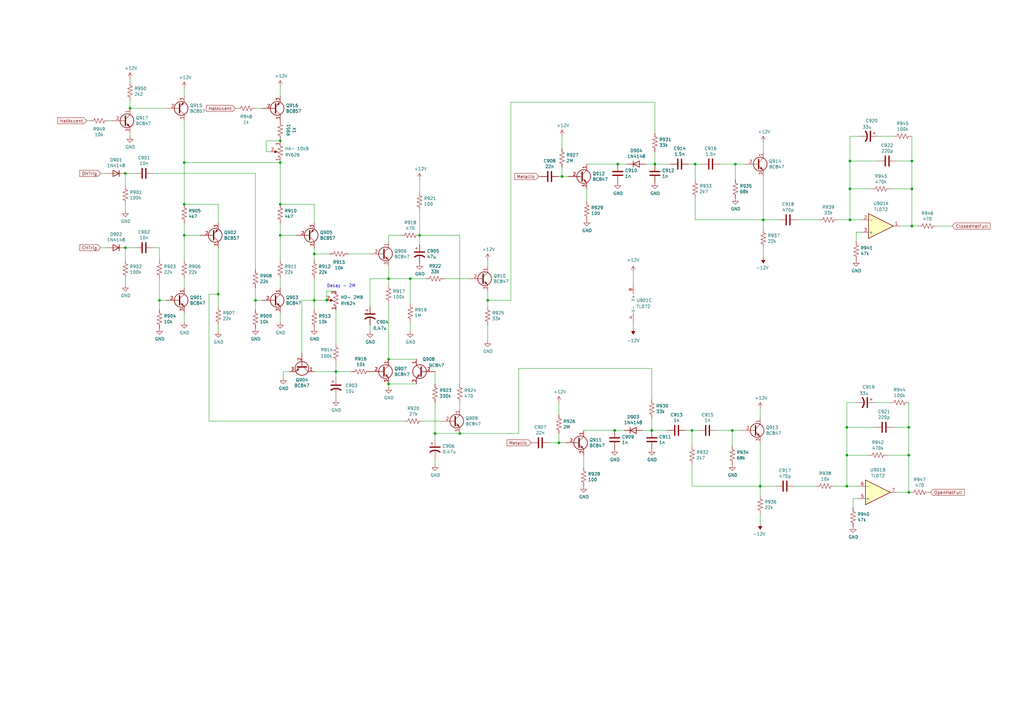
<source format=kicad_sch>
(kicad_sch (version 20230121) (generator eeschema)
  (paper "A3")
  (title_block (rev "1"))
  (junction (at 268.605 67.31))
  (junction (at 267.335 176.53))
  (junction (at 188.595 177.8))
  (junction (at 75.565 96.52))
  (junction (at 311.785 199.39))
  (junction (at 75.565 83.82))
  (junction (at 133.985 123.19))
  (junction (at 51.435 71.12))
  (junction (at 178.435 177.8))
  (junction (at 75.565 66.675))
  (junction (at 347.345 199.39))
  (junction (at 313.055 90.17))
  (junction (at 89.535 120.65))
  (junction (at 347.345 175.26))
  (junction (at 51.435 101.6))
  (junction (at 230.505 72.39))
  (junction (at 114.935 83.82))
  (junction (at 168.275 114.3))
  (junction (at 374.015 66.04))
  (junction (at 229.235 181.61))
  (junction (at 114.935 96.52))
  (junction (at 348.615 90.17))
  (junction (at 300.355 176.53))
  (junction (at 104.775 123.19))
  (junction (at 128.905 123.19))
  (junction (at 348.615 77.47))
  (junction (at 252.095 176.53))
  (junction (at 347.345 186.69))
  (junction (at 137.795 152.4))
  (junction (at 128.905 104.14))
  (junction (at 253.365 67.31))
  (junction (at 159.385 147.32))
  (junction (at 372.745 201.93))
  (junction (at 348.615 66.04))
  (junction (at 53.34 44.45))
  (junction (at 372.745 175.26))
  (junction (at 159.385 157.48))
  (junction (at 114.935 57.785))
  (junction (at 283.845 176.53))
  (junction (at 285.115 67.31))
  (junction (at 301.625 67.31))
  (junction (at 374.015 92.71))
  (junction (at 372.745 186.69))
  (junction (at 172.085 96.52))
  (junction (at 65.405 123.19))
  (junction (at 159.385 114.3))
  (junction (at 114.935 66.675))
  (junction (at 374.015 77.47))
  (junction (at 200.025 123.19))
  (wire (pts (xy 319.405 90.17) (xy 313.055 90.17)))
  (wire (pts (xy 229.235 181.61) (xy 231.775 181.61)))
  (wire (pts (xy 304.165 176.53) (xy 300.355 176.53)))
  (wire (pts (xy 109.22 57.785) (xy 109.22 62.23)))
  (wire (pts (xy 51.435 86.36) (xy 51.435 83.82)))
  (wire (pts (xy 229.235 165.1) (xy 229.235 170.18)))
  (wire (pts (xy 172.085 96.52) (xy 172.085 86.36)))
  (wire (pts (xy 311.785 210.82) (xy 311.785 214.63)))
  (wire (pts (xy 51.435 106.68) (xy 51.435 101.6)))
  (wire (pts (xy 43.815 101.6) (xy 41.275 101.6)))
  (wire (pts (xy 252.095 176.53) (xy 255.905 176.53)))
  (wire (pts (xy 128.905 123.19) (xy 128.905 127)))
  (wire (pts (xy 358.775 175.26) (xy 347.345 175.26)))
  (wire (pts (xy 374.015 92.71) (xy 374.015 77.47)))
  (wire (pts (xy 114.935 132.08) (xy 114.935 128.27)))
  (wire (pts (xy 75.565 91.44) (xy 75.565 96.52)))
  (wire (pts (xy 107.315 123.19) (xy 104.775 123.19)))
  (wire (pts (xy 347.345 186.69) (xy 347.345 199.39)))
  (wire (pts (xy 114.935 66.675) (xy 114.935 66.04)))
  (wire (pts (xy 212.725 151.13) (xy 267.335 151.13)))
  (wire (pts (xy 285.115 90.17) (xy 313.055 90.17)))
  (wire (pts (xy 173.355 172.72) (xy 180.975 172.72)))
  (wire (pts (xy 51.435 71.12) (xy 55.245 71.12)))
  (wire (pts (xy 128.905 123.19) (xy 133.985 123.19)))
  (wire (pts (xy 372.745 175.26) (xy 372.745 165.1)))
  (wire (pts (xy 285.115 81.28) (xy 285.115 90.17)))
  (wire (pts (xy 172.085 73.66) (xy 172.085 78.74)))
  (wire (pts (xy 114.935 83.82) (xy 128.905 83.82)))
  (wire (pts (xy 114.935 96.52) (xy 114.935 106.68)))
  (wire (pts (xy 65.405 127) (xy 65.405 123.19)))
  (wire (pts (xy 188.595 177.8) (xy 212.725 177.8)))
  (wire (pts (xy 343.535 90.17) (xy 348.615 90.17)))
  (wire (pts (xy 75.565 96.52) (xy 75.565 106.68)))
  (wire (pts (xy 89.535 120.65) (xy 89.535 101.6)))
  (wire (pts (xy 62.865 101.6) (xy 65.405 101.6)))
  (wire (pts (xy 305.435 67.31) (xy 301.625 67.31)))
  (wire (pts (xy 170.815 157.48) (xy 159.385 157.48)))
  (wire (pts (xy 182.245 114.3) (xy 192.405 114.3)))
  (wire (pts (xy 172.085 100.33) (xy 172.085 96.52)))
  (wire (pts (xy 374.015 92.71) (xy 376.555 92.71)))
  (wire (pts (xy 264.795 67.31) (xy 268.605 67.31)))
  (wire (pts (xy 168.275 135.89) (xy 168.275 132.08)))
  (wire (pts (xy 159.385 96.52) (xy 159.385 99.06)))
  (wire (pts (xy 128.905 104.14) (xy 128.905 106.68)))
  (wire (pts (xy 133.985 119.38) (xy 133.985 123.19)))
  (wire (pts (xy 384.175 92.71) (xy 390.525 92.71)))
  (wire (pts (xy 327.025 90.17) (xy 335.915 90.17)))
  (wire (pts (xy 372.745 186.69) (xy 372.745 175.26)))
  (wire (pts (xy 65.405 101.6) (xy 65.405 106.68)))
  (wire (pts (xy 137.795 163.83) (xy 137.795 162.56)))
  (wire (pts (xy 123.825 123.19) (xy 128.905 123.19)))
  (wire (pts (xy 285.115 73.66) (xy 285.115 67.31)))
  (wire (pts (xy 159.385 114.3) (xy 159.385 109.22)))
  (wire (pts (xy 283.845 190.5) (xy 283.845 199.39)))
  (wire (pts (xy 282.575 67.31) (xy 285.115 67.31)))
  (wire (pts (xy 283.845 199.39) (xy 311.785 199.39)))
  (wire (pts (xy 347.345 175.26) (xy 347.345 186.69)))
  (wire (pts (xy 200.025 123.19) (xy 209.55 123.19)))
  (wire (pts (xy 348.615 55.88) (xy 348.615 66.04)))
  (wire (pts (xy 301.625 73.66) (xy 301.625 67.31)))
  (wire (pts (xy 200.025 106.68) (xy 200.025 109.22)))
  (wire (pts (xy 313.055 101.6) (xy 313.055 105.41)))
  (wire (pts (xy 300.355 176.53) (xy 294.005 176.53)))
  (wire (pts (xy 367.665 201.93) (xy 372.745 201.93)))
  (wire (pts (xy 374.015 77.47) (xy 374.015 66.04)))
  (wire (pts (xy 51.435 76.2) (xy 51.435 71.12)))
  (wire (pts (xy 114.935 91.44) (xy 114.935 96.52)))
  (wire (pts (xy 53.34 32.385) (xy 53.34 33.655)))
  (wire (pts (xy 267.335 176.53) (xy 273.685 176.53)))
  (wire (pts (xy 164.465 96.52) (xy 159.385 96.52)))
  (wire (pts (xy 51.435 116.84) (xy 51.435 114.3)))
  (wire (pts (xy 209.55 41.91) (xy 268.605 41.91)))
  (wire (pts (xy 221.615 72.39) (xy 220.98 72.39)))
  (wire (pts (xy 65.405 123.19) (xy 65.405 114.3)))
  (wire (pts (xy 128.905 114.3) (xy 128.905 123.19)))
  (wire (pts (xy 259.715 111.76) (xy 259.715 116.84)))
  (wire (pts (xy 239.395 191.77) (xy 239.395 186.69)))
  (wire (pts (xy 230.505 72.39) (xy 233.045 72.39)))
  (wire (pts (xy 137.795 127) (xy 137.795 140.97)))
  (wire (pts (xy 259.715 132.08) (xy 259.715 134.62)))
  (wire (pts (xy 135.255 104.14) (xy 128.905 104.14)))
  (wire (pts (xy 349.885 208.28) (xy 349.885 204.47)))
  (wire (pts (xy 85.725 172.72) (xy 85.725 120.65)))
  (wire (pts (xy 75.565 49.53) (xy 75.565 66.675)))
  (wire (pts (xy 348.615 90.17) (xy 353.695 90.17)))
  (wire (pts (xy 374.015 66.04) (xy 374.015 55.88)))
  (wire (pts (xy 348.615 77.47) (xy 348.615 90.17)))
  (wire (pts (xy 325.755 199.39) (xy 334.645 199.39)))
  (wire (pts (xy 229.235 72.39) (xy 230.505 72.39)))
  (wire (pts (xy 352.425 55.88) (xy 348.615 55.88)))
  (wire (pts (xy 267.335 171.45) (xy 267.335 176.53)))
  (wire (pts (xy 349.885 204.47) (xy 352.425 204.47)))
  (wire (pts (xy 121.285 96.52) (xy 114.935 96.52)))
  (wire (pts (xy 283.845 182.88) (xy 283.845 176.53)))
  (wire (pts (xy 313.055 93.98) (xy 313.055 90.17)))
  (wire (pts (xy 116.205 154.94) (xy 116.205 152.4)))
  (wire (pts (xy 212.725 177.8) (xy 212.725 151.13)))
  (wire (pts (xy 159.385 147.32) (xy 159.385 124.46)))
  (wire (pts (xy 53.34 54.61) (xy 53.34 55.88)))
  (wire (pts (xy 75.565 36.195) (xy 75.565 39.37)))
  (wire (pts (xy 313.055 90.17) (xy 313.055 72.39)))
  (wire (pts (xy 368.935 92.71) (xy 374.015 92.71)))
  (wire (pts (xy 89.535 135.89) (xy 89.535 133.35)))
  (wire (pts (xy 128.905 83.82) (xy 128.905 91.44)))
  (wire (pts (xy 253.365 67.31) (xy 240.665 67.31)))
  (wire (pts (xy 285.115 67.31) (xy 287.655 67.31)))
  (wire (pts (xy 159.385 158.75) (xy 159.385 157.48)))
  (wire (pts (xy 85.725 120.65) (xy 89.535 120.65)))
  (wire (pts (xy 128.905 152.4) (xy 137.795 152.4)))
  (wire (pts (xy 268.605 41.91) (xy 268.605 54.61)))
  (wire (pts (xy 351.155 99.06) (xy 351.155 95.25)))
  (wire (pts (xy 109.22 62.23) (xy 111.125 62.23)))
  (wire (pts (xy 159.385 147.32) (xy 170.815 147.32)))
  (wire (pts (xy 252.095 176.53) (xy 239.395 176.53)))
  (wire (pts (xy 151.765 135.89) (xy 151.765 133.35)))
  (wire (pts (xy 114.935 35.56) (xy 114.935 39.37)))
  (wire (pts (xy 178.435 152.4) (xy 178.435 157.48)))
  (wire (pts (xy 365.125 77.47) (xy 374.015 77.47)))
  (wire (pts (xy 311.785 199.39) (xy 311.785 181.61)))
  (wire (pts (xy 137.795 152.4) (xy 144.145 152.4)))
  (wire (pts (xy 366.395 175.26) (xy 372.745 175.26)))
  (wire (pts (xy 372.745 186.69) (xy 372.745 201.93)))
  (wire (pts (xy 35.56 49.53) (xy 36.83 49.53)))
  (wire (pts (xy 67.945 123.19) (xy 65.405 123.19)))
  (wire (pts (xy 123.825 144.78) (xy 123.825 123.19)))
  (wire (pts (xy 348.615 66.04) (xy 348.615 77.47)))
  (wire (pts (xy 62.865 71.12) (xy 104.775 71.12)))
  (wire (pts (xy 281.305 176.53) (xy 283.845 176.53)))
  (wire (pts (xy 311.785 203.2) (xy 311.785 199.39)))
  (wire (pts (xy 263.525 176.53) (xy 267.335 176.53)))
  (wire (pts (xy 301.625 67.31) (xy 295.275 67.31)))
  (wire (pts (xy 367.665 66.04) (xy 374.015 66.04)))
  (wire (pts (xy 104.775 71.12) (xy 104.775 110.49)))
  (wire (pts (xy 165.735 172.72) (xy 85.725 172.72)))
  (wire (pts (xy 311.785 167.64) (xy 311.785 171.45)))
  (wire (pts (xy 253.365 67.31) (xy 257.175 67.31)))
  (wire (pts (xy 114.935 114.3) (xy 114.935 118.11)))
  (wire (pts (xy 114.935 66.675) (xy 114.935 83.82)))
  (wire (pts (xy 351.155 95.25) (xy 353.695 95.25)))
  (wire (pts (xy 142.875 104.14) (xy 151.765 104.14)))
  (wire (pts (xy 53.34 41.275) (xy 53.34 44.45)))
  (wire (pts (xy 268.605 67.31) (xy 274.955 67.31)))
  (wire (pts (xy 104.775 123.19) (xy 104.775 118.11)))
  (wire (pts (xy 137.795 119.38) (xy 133.985 119.38)))
  (wire (pts (xy 313.055 58.42) (xy 313.055 62.23)))
  (wire (pts (xy 75.565 114.3) (xy 75.565 118.11)))
  (wire (pts (xy 114.935 57.15) (xy 114.935 57.785)))
  (wire (pts (xy 200.025 119.38) (xy 200.025 123.19)))
  (wire (pts (xy 44.45 49.53) (xy 45.72 49.53)))
  (wire (pts (xy 283.845 176.53) (xy 286.385 176.53)))
  (wire (pts (xy 360.045 66.04) (xy 348.615 66.04)))
  (wire (pts (xy 351.155 165.1) (xy 347.345 165.1)))
  (wire (pts (xy 51.435 101.6) (xy 55.245 101.6)))
  (wire (pts (xy 104.775 44.45) (xy 107.315 44.45)))
  (wire (pts (xy 137.795 148.59) (xy 137.795 152.4)))
  (wire (pts (xy 318.135 199.39) (xy 311.785 199.39)))
  (wire (pts (xy 381 201.93) (xy 381.635 201.93)))
  (wire (pts (xy 356.235 186.69) (xy 347.345 186.69)))
  (wire (pts (xy 357.505 77.47) (xy 348.615 77.47)))
  (wire (pts (xy 268.605 62.23) (xy 268.605 67.31)))
  (wire (pts (xy 75.565 66.675) (xy 114.935 66.675)))
  (wire (pts (xy 178.435 190.5) (xy 178.435 187.96)))
  (wire (pts (xy 89.535 83.82) (xy 89.535 91.44)))
  (wire (pts (xy 267.335 151.13) (xy 267.335 163.83)))
  (wire (pts (xy 151.765 114.3) (xy 159.385 114.3)))
  (wire (pts (xy 342.265 199.39) (xy 347.345 199.39)))
  (wire (pts (xy 360.045 55.88) (xy 366.395 55.88)))
  (wire (pts (xy 96.52 44.45) (xy 97.155 44.45)))
  (wire (pts (xy 230.505 68.58) (xy 230.505 72.39)))
  (wire (pts (xy 128.905 101.6) (xy 128.905 104.14)))
  (wire (pts (xy 104.775 127) (xy 104.775 123.19)))
  (wire (pts (xy 188.595 167.64) (xy 188.595 165.1)))
  (wire (pts (xy 43.815 71.12) (xy 41.275 71.12)))
  (wire (pts (xy 75.565 83.82) (xy 89.535 83.82)))
  (wire (pts (xy 200.025 139.7) (xy 200.025 133.35)))
  (wire (pts (xy 240.665 82.55) (xy 240.665 77.47)))
  (wire (pts (xy 172.085 96.52) (xy 188.595 96.52)))
  (wire (pts (xy 358.775 165.1) (xy 365.125 165.1)))
  (wire (pts (xy 230.505 55.88) (xy 230.505 60.96)))
  (wire (pts (xy 300.355 182.88) (xy 300.355 176.53)))
  (wire (pts (xy 75.565 132.08) (xy 75.565 128.27)))
  (wire (pts (xy 347.345 199.39) (xy 352.425 199.39)))
  (wire (pts (xy 159.385 116.84) (xy 159.385 114.3)))
  (wire (pts (xy 178.435 165.1) (xy 178.435 177.8)))
  (wire (pts (xy 137.795 154.94) (xy 137.795 152.4)))
  (wire (pts (xy 178.435 177.8) (xy 188.595 177.8)))
  (wire (pts (xy 209.55 41.91) (xy 209.55 123.19)))
  (wire (pts (xy 168.275 114.3) (xy 168.275 124.46)))
  (wire (pts (xy 53.34 44.45) (xy 67.945 44.45)))
  (wire (pts (xy 347.345 165.1) (xy 347.345 175.26)))
  (wire (pts (xy 75.565 66.675) (xy 75.565 83.82)))
  (wire (pts (xy 114.935 57.785) (xy 114.935 58.42)))
  (wire (pts (xy 200.025 123.19) (xy 200.025 125.73)))
  (wire (pts (xy 116.205 152.4) (xy 118.745 152.4)))
  (wire (pts (xy 151.765 114.3) (xy 151.765 125.73)))
  (wire (pts (xy 188.595 157.48) (xy 188.595 96.52)))
  (wire (pts (xy 174.625 114.3) (xy 168.275 114.3)))
  (wire (pts (xy 81.915 96.52) (xy 75.565 96.52)))
  (wire (pts (xy 372.745 201.93) (xy 373.38 201.93)))
  (wire (pts (xy 89.535 125.73) (xy 89.535 120.65)))
  (wire (pts (xy 363.855 186.69) (xy 372.745 186.69)))
  (wire (pts (xy 114.935 57.785) (xy 109.22 57.785)))
  (wire (pts (xy 178.435 180.34) (xy 178.435 177.8)))
  (wire (pts (xy 229.235 177.8) (xy 229.235 181.61)))
  (wire (pts (xy 225.425 181.61) (xy 229.235 181.61)))
  (wire (pts (xy 159.385 114.3) (xy 168.275 114.3)))
  (text "Decay - 2M" (at 133.985 118.11 0) (effects (font (size 1.27 1.27)) (justify left bottom)))
  (global_label "OHTrig" (shape input) (at 41.275 71.12 180) (property "Intersheetrefs" "${INTERSHEET_REFS}" (effects hide)))
  (global_label "ClosedHatFull" (shape input) (at 390.525 92.71 0) (property "Intersheetrefs" "${INTERSHEET_REFS}" (effects hide)))
  (global_label "Metallic" (shape input) (at 220.98 72.39 180) (property "Intersheetrefs" "${INTERSHEET_REFS}" (effects hide)))
  (global_label "Metallic" (shape input) (at 217.805 181.61 180) (property "Intersheetrefs" "${INTERSHEET_REFS}" (effects hide)))
  (global_label "HatAccent" (shape input) (at 35.56 49.53 180) (property "Intersheetrefs" "${INTERSHEET_REFS}" (effects hide)))
  (global_label "CHTrig" (shape input) (at 41.275 101.6 180) (property "Intersheetrefs" "${INTERSHEET_REFS}" (effects hide)))
  (global_label "HatAccent" (shape input) (at 96.52 44.45 180) (property "Intersheetrefs" "${INTERSHEET_REFS}" (effects hide)))
  (global_label "OpenHatFull" (shape input) (at 381.635 201.93 0) (property "Intersheetrefs" "${INTERSHEET_REFS}" (effects hide)))
  (symbol (lib_id "Device:C") (at 363.855 66.04 90) (unit 1)
    (property "Reference" "C922" (at 363.855 59.6392 90))
    (property "Value" "220p" (at 363.855 61.9506 90))
    (property "Footprint" "Capacitor_SMD:C_0805_2012Metric" (effects hide))
    (instances (project "ESP808_mk3_rev2" (path "" (reference "C922") (unit 1))) (project "ESP808" (path "" (reference "C422") (unit 1))) (project "HiHat" (path "" (reference "C422") (unit 1))))
  )
  (symbol (lib_id "Device:R_US") (at 75.565 87.63 0) (unit 1)
    (property "Reference" "R905" (at 77.2922 86.4616 0) (effects (justify left)))
    (property "Value" "4k7" (at 77.2922 88.773 0) (effects (justify left)))
    (property "Footprint" "PCM_Resistor_SMD_AKL:R_0805_2012Metric" (effects hide))
    (instances (project "ESP808_mk3_rev2" (path "" (reference "R905") (unit 1))) (project "ESP808" (path "" (reference "R405") (unit 1))) (project "HiHat" (path "" (reference "R405") (unit 1))))
  )
  (symbol (lib_id "Device:R_US") (at 53.34 37.465 0) (unit 1)
    (property "Reference" "R950" (at 55.0672 36.2966 0) (effects (justify left)))
    (property "Value" "2k2" (at 55.0672 38.608 0) (effects (justify left)))
    (property "Footprint" "PCM_Resistor_SMD_AKL:R_0805_2012Metric" (effects hide))
    (instances (project "ESP808_mk3_rev2" (path "" (reference "R950") (unit 1))) (project "ESP808" (path "" (reference "R401") (unit 1))) (project "HiHat" (path "" (reference "R401") (unit 1))))
  )
  (symbol (lib_id "Device:R_US") (at 267.335 167.64 0) (unit 1)
    (property "Reference" "R930" (at 269.0622 166.4716 0) (effects (justify left)))
    (property "Value" "33k" (at 269.0622 168.783 0) (effects (justify left)))
    (property "Footprint" "PCM_Resistor_SMD_AKL:R_0805_2012Metric" (effects hide))
    (instances (project "ESP808_mk3_rev2" (path "" (reference "R930") (unit 1))) (project "ESP808" (path "" (reference "R430") (unit 1))) (project "HiHat" (path "" (reference "R430") (unit 1))))
  )
  (symbol (lib_id "Transistor_BJT:BC547") (at 50.8 49.53 0) (unit 1)
    (property "Reference" "Q917" (at 55.6514 48.3616 0) (effects (justify left)))
    (property "Value" "BC847" (at 55.6514 50.673 0) (effects (justify left)))
    (property "Footprint" "PCM_4ms_Package_SOT:SOT-23" (effects hide))
    (property "Datasheet" "https://www.onsemi.com/pub/Collateral/BC550-D.pdf" (effects hide))
    (instances (project "ESP808_mk3_rev2" (path "" (reference "Q917") (unit 1))) (project "ESP808" (path "" (reference "Q401") (unit 1))) (project "HiHat" (path "" (reference "Q401") (unit 1))))
  )
  (symbol (lib_id "Device:R_US") (at 104.775 114.3 0) (unit 1)
    (property "Reference" "R908" (at 106.5022 113.1316 0) (effects (justify left)))
    (property "Value" "22k" (at 106.5022 115.443 0) (effects (justify left)))
    (property "Footprint" "PCM_Resistor_SMD_AKL:R_0805_2012Metric" (effects hide))
    (instances (project "ESP808_mk3_rev2" (path "" (reference "R908") (unit 1))) (project "ESP808" (path "" (reference "R408") (unit 1))) (project "HiHat" (path "" (reference "R408") (unit 1))))
  )
  (symbol (lib_id "Device:C_Polarized_US") (at 137.795 158.75 0) (unit 1)
    (property "Reference" "C903" (at 141.605 158.115 0) (effects (justify left)))
    (property "Value" "10u" (at 141.605 160.4264 0) (effects (justify left)))
    (property "Footprint" "Capacitor_THT:CP_Radial_D4.0mm_P2.00mm" (effects hide))
    (instances (project "ESP808_mk3_rev2" (path "" (reference "C903") (unit 1))) (project "ESP808" (path "" (reference "C403") (unit 1))) (project "HiHat" (path "" (reference "C403") (unit 1))))
  )
  (symbol (lib_id "Amplifier_Operational:TL072") (at 262.255 124.46 0) (unit 3)
    (property "Reference" "U901" (at 260.985 123.19 0) (effects (justify left)))
    (property "Value" "TL072" (at 260.985 125.73 0) (effects (justify left)))
    (property "Footprint" "Package_SO:SOIC-8_3.9x4.9mm_P1.27mm" (effects hide))
    (property "Datasheet" "http://www.ti.com/lit/ds/symlink/tl071.pdf" (effects hide))
    (instances (project "ESP808_mk3_rev2" (path "" (reference "U901") (unit 3))) (project "ESP808" (path "" (reference "U402") (unit 3))) (project "HiHat" (path "" (reference "U402") (unit 3))))
  )
  (symbol (lib_id "power:+12V") (at 229.235 165.1 0) (unit 1)
    (property "Reference" "#PWR0922" (effects hide))
    (property "Value" "+12V" (at 229.616 160.7058 0))
    (instances (project "ESP808_mk3_rev2" (path "" (reference "#PWR0922") (unit 1))) (project "ESP808" (path "" (reference "#PWR0113") (unit 1))) (project "HiHat" (path "" (reference "#PWR0113") (unit 1))))
  )
  (symbol (lib_id "Device:R_US") (at 168.275 128.27 0) (unit 1)
    (property "Reference" "R919" (at 170.0022 127.1016 0) (effects (justify left)))
    (property "Value" "1M" (at 170.0022 129.413 0) (effects (justify left)))
    (property "Footprint" "PCM_Resistor_SMD_AKL:R_0805_2012Metric" (effects hide))
    (instances (project "ESP808_mk3_rev2" (path "" (reference "R919") (unit 1))) (project "ESP808" (path "" (reference "R419") (unit 1))) (project "HiHat" (path "" (reference "R419") (unit 1))))
  )
  (symbol (lib_id "Device:R_US") (at 65.405 110.49 0) (unit 1)
    (property "Reference" "R903" (at 67.1322 109.3216 0) (effects (justify left)))
    (property "Value" "22k" (at 67.1322 111.633 0) (effects (justify left)))
    (property "Footprint" "PCM_Resistor_SMD_AKL:R_0805_2012Metric" (effects hide))
    (instances (project "ESP808_mk3_rev2" (path "" (reference "R903") (unit 1))) (project "ESP808" (path "" (reference "R403") (unit 1))) (project "HiHat" (path "" (reference "R403") (unit 1))))
  )
  (symbol (lib_id "power:-12V") (at 313.055 105.41 180) (unit 1)
    (property "Reference" "#PWR0937" (effects hide))
    (property "Value" "-12V" (at 312.674 109.8042 0))
    (instances (project "ESP808_mk3_rev2" (path "" (reference "#PWR0937") (unit 1))) (project "ESP808" (path "" (reference "#PWR0103") (unit 1))) (project "HiHat" (path "" (reference "#PWR0103") (unit 1))))
  )
  (symbol (lib_id "Device:R_US") (at 139.065 104.14 270) (unit 1)
    (property "Reference" "R915" (at 139.065 107.5436 90))
    (property "Value" "10k" (at 139.065 109.855 90))
    (property "Footprint" "PCM_Resistor_SMD_AKL:R_0805_2012Metric" (effects hide))
    (instances (project "ESP808_mk3_rev2" (path "" (reference "R915") (unit 1))) (project "ESP808" (path "" (reference "R415") (unit 1))) (project "HiHat" (path "" (reference "R415") (unit 1))))
  )
  (symbol (lib_id "power:-12V") (at 259.715 134.62 180) (unit 1)
    (property "Reference" "#PWR0929" (effects hide))
    (property "Value" "-12V" (at 259.715 139.7 0))
    (instances (project "ESP808_mk3_rev2" (path "" (reference "#PWR0929") (unit 1))) (project "ESP808" (path "" (reference "#PWR0402") (unit 1))) (project "HiHat" (path "" (reference "#PWR0402") (unit 1))))
  )
  (symbol (lib_id "Diode:1N4148") (at 260.985 67.31 0) (unit 1)
    (property "Reference" "D904" (at 260.985 61.7982 0))
    (property "Value" "1N4148" (at 260.985 64.1096 0))
    (property "Footprint" "Diode_SMD:D_SOD-123" (effects hide))
    (property "Datasheet" "https://assets.nexperia.com/documents/data-sheet/1N4148_1N4448.pdf" (effects hide))
    (property "Sim.Device" "D" (effects hide))
    (property "Sim.Pins" "1=K 2=A" (effects hide))
    (instances (project "ESP808_mk3_rev2" (path "" (reference "D904") (unit 1))) (project "ESP808" (path "" (reference "D404") (unit 1))) (project "HiHat" (path "" (reference "D404") (unit 1))))
  )
  (symbol (lib_id "Device:R_US") (at 137.795 144.78 0) (unit 1)
    (property "Reference" "R914" (at 131.445 143.51 0) (effects (justify left)))
    (property "Value" "100k" (at 131.445 146.05 0) (effects (justify left)))
    (property "Footprint" "PCM_Resistor_SMD_AKL:R_0805_2012Metric" (effects hide))
    (instances (project "ESP808_mk3_rev2" (path "" (reference "R914") (unit 1))) (project "ESP808" (path "" (reference "R414") (unit 1))) (project "HiHat" (path "" (reference "R414") (unit 1))))
  )
  (symbol (lib_id "power:+12V") (at 75.565 36.195 0) (unit 1)
    (property "Reference" "#PWR0908" (effects hide))
    (property "Value" "+12V" (at 75.946 31.8008 0))
    (instances (project "ESP808_mk3_rev2" (path "" (reference "#PWR0908") (unit 1))) (project "ESP808" (path "" (reference "#PWR0125") (unit 1))) (project "HiHat" (path "" (reference "#PWR0125") (unit 1))))
  )
  (symbol (lib_id "power:GND") (at 114.935 132.08 0) (unit 1)
    (property "Reference" "#PWR0909" (effects hide))
    (property "Value" "GND" (at 115.062 136.4742 0))
    (instances (project "ESP808_mk3_rev2" (path "" (reference "#PWR0909") (unit 1))) (project "ESP808" (path "" (reference "#PWR0132") (unit 1))) (project "HiHat" (path "" (reference "#PWR0132") (unit 1))))
  )
  (symbol (lib_id "power:GND") (at 253.365 74.93 0) (unit 1)
    (property "Reference" "#PWR0927" (effects hide))
    (property "Value" "GND" (at 253.492 79.3242 0))
    (instances (project "ESP808_mk3_rev2" (path "" (reference "#PWR0927") (unit 1))) (project "ESP808" (path "" (reference "#PWR0107") (unit 1))) (project "HiHat" (path "" (reference "#PWR0107") (unit 1))))
  )
  (symbol (lib_id "power:GND") (at 128.905 134.62 0) (unit 1)
    (property "Reference" "#PWR0911" (effects hide))
    (property "Value" "GND" (at 129.032 139.0142 0))
    (instances (project "ESP808_mk3_rev2" (path "" (reference "#PWR0911") (unit 1))) (project "ESP808" (path "" (reference "#PWR0130") (unit 1))) (project "HiHat" (path "" (reference "#PWR0130") (unit 1))))
  )
  (symbol (lib_id "Device:R_US") (at 159.385 120.65 0) (unit 1)
    (property "Reference" "R917" (at 161.1122 119.4816 0) (effects (justify left)))
    (property "Value" "100k" (at 161.1122 121.793 0) (effects (justify left)))
    (property "Footprint" "PCM_Resistor_SMD_AKL:R_0805_2012Metric" (effects hide))
    (instances (project "ESP808_mk3_rev2" (path "" (reference "R917") (unit 1))) (project "ESP808" (path "" (reference "R417") (unit 1))) (project "HiHat" (path "" (reference "R417") (unit 1))))
  )
  (symbol (lib_id "Device:C") (at 321.945 199.39 90) (unit 1)
    (property "Reference" "C917" (at 321.945 192.9892 90))
    (property "Value" "470p" (at 321.945 195.3006 90))
    (property "Footprint" "Capacitor_SMD:C_0805_2012Metric" (effects hide))
    (instances (project "ESP808_mk3_rev2" (path "" (reference "C917") (unit 1))) (project "ESP808" (path "" (reference "C417") (unit 1))) (project "HiHat" (path "" (reference "C417") (unit 1))))
  )
  (symbol (lib_id "Device:C") (at 323.215 90.17 90) (unit 1)
    (property "Reference" "C918" (at 323.215 83.7692 90))
    (property "Value" "470p" (at 323.215 86.0806 90))
    (property "Footprint" "Capacitor_SMD:C_0805_2012Metric" (effects hide))
    (instances (project "ESP808_mk3_rev2" (path "" (reference "C918") (unit 1))) (project "ESP808" (path "" (reference "C418") (unit 1))) (project "HiHat" (path "" (reference "C418") (unit 1))))
  )
  (symbol (lib_id "power:GND") (at 200.025 139.7 0) (unit 1)
    (property "Reference" "#PWR0921" (effects hide))
    (property "Value" "GND" (at 200.152 144.0942 0))
    (instances (project "ESP808_mk3_rev2" (path "" (reference "#PWR0921") (unit 1))) (project "ESP808" (path "" (reference "#PWR0121") (unit 1))) (project "HiHat" (path "" (reference "#PWR0121") (unit 1))))
  )
  (symbol (lib_id "Device:R_US") (at 178.435 114.3 270) (unit 1)
    (property "Reference" "R922" (at 178.435 109.093 90))
    (property "Value" "33k" (at 178.435 111.4044 90))
    (property "Footprint" "PCM_Resistor_SMD_AKL:R_0805_2012Metric" (effects hide))
    (instances (project "ESP808_mk3_rev2" (path "" (reference "R922") (unit 1))) (project "ESP808" (path "" (reference "R422") (unit 1))) (project "HiHat" (path "" (reference "R422") (unit 1))))
  )
  (symbol (lib_id "Transistor_BJT:BC557") (at 86.995 96.52 0) (mirror x) (unit 1)
    (property "Reference" "Q902" (at 91.8464 95.3516 0) (effects (justify left)))
    (property "Value" "BC857" (at 91.8464 97.663 0) (effects (justify left)))
    (property "Footprint" "PCM_4ms_Package_SOT:SOT-23" (effects hide))
    (property "Datasheet" "https://www.onsemi.com/pub/Collateral/BC556BTA-D.pdf" (effects hide))
    (instances (project "ESP808_mk3_rev2" (path "" (reference "Q902") (unit 1))) (project "ESP808" (path "" (reference "Q402") (unit 1))) (project "HiHat" (path "" (reference "Q402") (unit 1))))
  )
  (symbol (lib_id "Device:C") (at 59.055 101.6 270) (unit 1)
    (property "Reference" "C902" (at 59.055 95.1992 90))
    (property "Value" "10n" (at 59.055 97.5106 90))
    (property "Footprint" "Capacitor_SMD:C_0805_2012Metric" (effects hide))
    (instances (project "ESP808_mk3_rev2" (path "" (reference "C902") (unit 1))) (project "ESP808" (path "" (reference "C402") (unit 1))) (project "HiHat" (path "" (reference "C402") (unit 1))))
  )
  (symbol (lib_id "Transistor_BJT:BC547") (at 310.515 67.31 0) (unit 1)
    (property "Reference" "Q914" (at 315.3664 66.1416 0) (effects (justify left)))
    (property "Value" "BC847" (at 315.3664 68.453 0) (effects (justify left)))
    (property "Footprint" "PCM_4ms_Package_SOT:SOT-23" (effects hide))
    (property "Datasheet" "https://www.onsemi.com/pub/Collateral/BC550-D.pdf" (effects hide))
    (instances (project "ESP808_mk3_rev2" (path "" (reference "Q914") (unit 1))) (project "ESP808" (path "" (reference "Q414") (unit 1))) (project "HiHat" (path "" (reference "Q414") (unit 1))))
  )
  (symbol (lib_id "Device:C") (at 290.195 176.53 90) (unit 1)
    (property "Reference" "C915" (at 290.195 170.1292 90))
    (property "Value" "1n" (at 290.195 172.4406 90))
    (property "Footprint" "Capacitor_SMD:C_0805_2012Metric" (effects hide))
    (instances (project "ESP808_mk3_rev2" (path "" (reference "C915") (unit 1))) (project "ESP808" (path "" (reference "C415") (unit 1))) (project "HiHat" (path "" (reference "C415") (unit 1))))
  )
  (symbol (lib_id "Device:C") (at 362.585 175.26 90) (unit 1)
    (property "Reference" "C921" (at 362.585 168.8592 90))
    (property "Value" "220p" (at 362.585 171.1706 90))
    (property "Footprint" "Capacitor_SMD:C_0805_2012Metric" (effects hide))
    (instances (project "ESP808_mk3_rev2" (path "" (reference "C921") (unit 1))) (project "ESP808" (path "" (reference "C421") (unit 1))) (project "HiHat" (path "" (reference "C421") (unit 1))))
  )
  (symbol (lib_id "Transistor_BJT:BC547") (at 173.355 152.4 0) (mirror y) (unit 1)
    (property "Reference" "Q908" (at 178.435 147.32 0) (effects (justify left)))
    (property "Value" "BC847" (at 182.245 149.86 0) (effects (justify left)))
    (property "Footprint" "PCM_4ms_Package_SOT:SOT-23" (effects hide))
    (property "Datasheet" "https://www.onsemi.com/pub/Collateral/BC550-D.pdf" (effects hide))
    (instances (project "ESP808_mk3_rev2" (path "" (reference "Q908") (unit 1))) (project "ESP808" (path "" (reference "Q408") (unit 1))) (project "HiHat" (path "" (reference "Q408") (unit 1))))
  )
  (symbol (lib_id "power:GND") (at 104.775 134.62 0) (unit 1)
    (property "Reference" "#PWR0907" (effects hide))
    (property "Value" "GND" (at 104.902 139.0142 0))
    (instances (project "ESP808_mk3_rev2" (path "" (reference "#PWR0907") (unit 1))) (project "ESP808" (path "" (reference "#PWR0128") (unit 1))) (project "HiHat" (path "" (reference "#PWR0128") (unit 1))))
  )
  (symbol (lib_id "Device:R_US") (at 311.785 207.01 0) (unit 1)
    (property "Reference" "R936" (at 313.5122 205.8416 0) (effects (justify left)))
    (property "Value" "22k" (at 313.5122 208.153 0) (effects (justify left)))
    (property "Footprint" "PCM_Resistor_SMD_AKL:R_0805_2012Metric" (effects hide))
    (instances (project "ESP808_mk3_rev2" (path "" (reference "R936") (unit 1))) (project "ESP808" (path "" (reference "R436") (unit 1))) (project "HiHat" (path "" (reference "R436") (unit 1))))
  )
  (symbol (lib_id "power:GND") (at 178.435 190.5 0) (unit 1)
    (property "Reference" "#PWR0919" (effects hide))
    (property "Value" "GND" (at 178.562 194.8942 0))
    (instances (project "ESP808_mk3_rev2" (path "" (reference "#PWR0919") (unit 1))) (project "ESP808" (path "" (reference "#PWR0122") (unit 1))) (project "HiHat" (path "" (reference "#PWR0122") (unit 1))))
  )
  (symbol (lib_id "Device:R_US") (at 114.935 110.49 0) (unit 1)
    (property "Reference" "R911" (at 116.6622 109.3216 0) (effects (justify left)))
    (property "Value" "22k" (at 116.6622 111.633 0) (effects (justify left)))
    (property "Footprint" "PCM_Resistor_SMD_AKL:R_0805_2012Metric" (effects hide))
    (instances (project "ESP808_mk3_rev2" (path "" (reference "R911") (unit 1))) (project "ESP808" (path "" (reference "R411") (unit 1))) (project "HiHat" (path "" (reference "R411") (unit 1))))
  )
  (symbol (lib_id "Device:R_US") (at 65.405 130.81 0) (unit 1)
    (property "Reference" "R904" (at 67.1322 129.6416 0) (effects (justify left)))
    (property "Value" "10k" (at 67.1322 131.953 0) (effects (justify left)))
    (property "Footprint" "PCM_Resistor_SMD_AKL:R_0805_2012Metric" (effects hide))
    (instances (project "ESP808_mk3_rev2" (path "" (reference "R904") (unit 1))) (project "ESP808" (path "" (reference "R404") (unit 1))) (project "HiHat" (path "" (reference "R404") (unit 1))))
  )
  (symbol (lib_id "Transistor_BJT:BC547") (at 236.855 181.61 0) (unit 1)
    (property "Reference" "Q911" (at 241.7064 180.4416 0) (effects (justify left)))
    (property "Value" "BC847" (at 241.7064 182.753 0) (effects (justify left)))
    (property "Footprint" "PCM_4ms_Package_SOT:SOT-23" (effects hide))
    (property "Datasheet" "https://www.onsemi.com/pub/Collateral/BC550-D.pdf" (effects hide))
    (instances (project "ESP808_mk3_rev2" (path "" (reference "Q911") (unit 1))) (project "ESP808" (path "" (reference "Q411") (unit 1))) (project "HiHat" (path "" (reference "Q411") (unit 1))))
  )
  (symbol (lib_id "Device:R_US") (at 351.155 102.87 180) (unit 1)
    (property "Reference" "R941" (at 352.8822 101.7016 0) (effects (justify right)))
    (property "Value" "47k" (at 352.8822 104.013 0) (effects (justify right)))
    (property "Footprint" "PCM_Resistor_SMD_AKL:R_0805_2012Metric" (effects hide))
    (instances (project "ESP808_mk3_rev2" (path "" (reference "R941") (unit 1))) (project "ESP808" (path "" (reference "R441") (unit 1))) (project "HiHat" (path "" (reference "R441") (unit 1))))
  )
  (symbol (lib_id "power:GND") (at 51.435 86.36 0) (unit 1)
    (property "Reference" "#PWR0901" (effects hide))
    (property "Value" "GND" (at 51.562 90.7542 0))
    (instances (project "ESP808_mk3_rev2" (path "" (reference "#PWR0901") (unit 1))) (project "ESP808" (path "" (reference "#PWR0127") (unit 1))) (project "HiHat" (path "" (reference "#PWR0127") (unit 1))))
  )
  (symbol (lib_id "Device:R_US") (at 75.565 110.49 0) (unit 1)
    (property "Reference" "R906" (at 77.2922 109.3216 0) (effects (justify left)))
    (property "Value" "22k" (at 77.2922 111.633 0) (effects (justify left)))
    (property "Footprint" "PCM_Resistor_SMD_AKL:R_0805_2012Metric" (effects hide))
    (instances (project "ESP808_mk3_rev2" (path "" (reference "R906") (unit 1))) (project "ESP808" (path "" (reference "R406") (unit 1))) (project "HiHat" (path "" (reference "R406") (unit 1))))
  )
  (symbol (lib_id "PCM_4ms_Power-symbol:+12V") (at 259.715 111.76 0) (unit 1)
    (property "Reference" "#PWR0928" (effects hide))
    (property "Value" "+12V" (at 259.715 106.68 0))
    (instances (project "ESP808_mk3_rev2" (path "" (reference "#PWR0928") (unit 1))) (project "ESP808" (path "" (reference "#PWR0401") (unit 1))) (project "HiHat" (path "" (reference "#PWR0401") (unit 1))))
  )
  (symbol (lib_id "power:GND") (at 51.435 116.84 0) (unit 1)
    (property "Reference" "#PWR0902" (effects hide))
    (property "Value" "GND" (at 51.562 121.2342 0))
    (instances (project "ESP808_mk3_rev2" (path "" (reference "#PWR0902") (unit 1))) (project "ESP808" (path "" (reference "#PWR0126") (unit 1))) (project "HiHat" (path "" (reference "#PWR0126") (unit 1))))
  )
  (symbol (lib_id "power:+12V") (at 313.055 58.42 0) (unit 1)
    (property "Reference" "#PWR0936" (effects hide))
    (property "Value" "+12V" (at 313.436 54.0258 0))
    (instances (project "ESP808_mk3_rev2" (path "" (reference "#PWR0936") (unit 1))) (project "ESP808" (path "" (reference "#PWR0105") (unit 1))) (project "HiHat" (path "" (reference "#PWR0105") (unit 1))))
  )
  (symbol (lib_id "Device:R_US") (at 51.435 110.49 0) (unit 1)
    (property "Reference" "R902" (at 53.1622 109.3216 0) (effects (justify left)))
    (property "Value" "100k" (at 53.1622 111.633 0) (effects (justify left)))
    (property "Footprint" "PCM_Resistor_SMD_AKL:R_0805_2012Metric" (effects hide))
    (instances (project "ESP808_mk3_rev2" (path "" (reference "R902") (unit 1))) (project "ESP808" (path "" (reference "R402") (unit 1))) (project "HiHat" (path "" (reference "R402") (unit 1))))
  )
  (symbol (lib_id "power:GND") (at 53.34 55.88 0) (unit 1)
    (property "Reference" "#PWR0904" (effects hide))
    (property "Value" "GND" (at 53.467 60.2742 0))
    (instances (project "ESP808_mk3_rev2" (path "" (reference "#PWR0904") (unit 1))) (project "ESP808" (path "" (reference "#PWR0127") (unit 1))) (project "HiHat" (path "" (reference "#PWR0127") (unit 1))))
  )
  (symbol (lib_id "Device:R_US") (at 229.235 173.99 0) (unit 1)
    (property "Reference" "R926" (at 230.9622 172.8216 0) (effects (justify left)))
    (property "Value" "2M" (at 230.9622 175.133 0) (effects (justify left)))
    (property "Footprint" "PCM_Resistor_SMD_AKL:R_0805_2012Metric" (effects hide))
    (instances (project "ESP808_mk3_rev2" (path "" (reference "R926") (unit 1))) (project "ESP808" (path "" (reference "R426") (unit 1))) (project "HiHat" (path "" (reference "R426") (unit 1))))
  )
  (symbol (lib_id "Transistor_BJT:BC547") (at 309.245 176.53 0) (unit 1)
    (property "Reference" "Q913" (at 314.0964 175.3616 0) (effects (justify left)))
    (property "Value" "BC847" (at 314.0964 177.673 0) (effects (justify left)))
    (property "Footprint" "PCM_4ms_Package_SOT:SOT-23" (effects hide))
    (property "Datasheet" "https://www.onsemi.com/pub/Collateral/BC550-D.pdf" (effects hide))
    (instances (project "ESP808_mk3_rev2" (path "" (reference "Q913") (unit 1))) (project "ESP808" (path "" (reference "Q413") (unit 1))) (project "HiHat" (path "" (reference "Q413") (unit 1))))
  )
  (symbol (lib_id "Device:R_US") (at 239.395 195.58 0) (unit 1)
    (property "Reference" "R928" (at 241.1222 194.4116 0) (effects (justify left)))
    (property "Value" "100" (at 241.1222 196.723 0) (effects (justify left)))
    (property "Footprint" "PCM_Resistor_SMD_AKL:R_0805_2012Metric" (effects hide))
    (instances (project "ESP808_mk3_rev2" (path "" (reference "R928") (unit 1))) (project "ESP808" (path "" (reference "R428") (unit 1))) (project "HiHat" (path "" (reference "R428") (unit 1))))
  )
  (symbol (lib_id "Device:R_US") (at 104.775 130.81 0) (unit 1)
    (property "Reference" "R909" (at 106.5022 129.6416 0) (effects (justify left)))
    (property "Value" "10k" (at 106.5022 131.953 0) (effects (justify left)))
    (property "Footprint" "PCM_Resistor_SMD_AKL:R_0805_2012Metric" (effects hide))
    (instances (project "ESP808_mk3_rev2" (path "" (reference "R909") (unit 1))) (project "ESP808" (path "" (reference "R409") (unit 1))) (project "HiHat" (path "" (reference "R409") (unit 1))))
  )
  (symbol (lib_id "Device:R_US") (at 188.595 161.29 180) (unit 1)
    (property "Reference" "R924" (at 190.3222 160.1216 0) (effects (justify right)))
    (property "Value" "470" (at 190.3222 162.433 0) (effects (justify right)))
    (property "Footprint" "PCM_Resistor_SMD_AKL:R_0805_2012Metric" (effects hide))
    (instances (project "ESP808_mk3_rev2" (path "" (reference "R924") (unit 1))) (project "ESP808" (path "" (reference "R424") (unit 1))) (project "HiHat" (path "" (reference "R424") (unit 1))))
  )
  (symbol (lib_id "Transistor_BJT:BC547") (at 186.055 172.72 0) (unit 1)
    (property "Reference" "Q909" (at 190.9064 171.5516 0) (effects (justify left)))
    (property "Value" "BC847" (at 190.9064 173.863 0) (effects (justify left)))
    (property "Footprint" "PCM_4ms_Package_SOT:SOT-23" (effects hide))
    (property "Datasheet" "https://www.onsemi.com/pub/Collateral/BC550-D.pdf" (effects hide))
    (instances (project "ESP808_mk3_rev2" (path "" (reference "Q909") (unit 1))) (project "ESP808" (path "" (reference "Q409") (unit 1))) (project "HiHat" (path "" (reference "Q409") (unit 1))))
  )
  (symbol (lib_id "power:GND") (at 239.395 199.39 0) (unit 1)
    (property "Reference" "#PWR0924" (effects hide))
    (property "Value" "GND" (at 239.522 203.7842 0))
    (instances (project "ESP808_mk3_rev2" (path "" (reference "#PWR0924") (unit 1))) (project "ESP808" (path "" (reference "#PWR0111") (unit 1))) (project "HiHat" (path "" (reference "#PWR0111") (unit 1))))
  )
  (symbol (lib_id "Device:C") (at 278.765 67.31 90) (unit 1)
    (property "Reference" "C914" (at 278.765 60.9092 90))
    (property "Value" "1.5n" (at 278.765 63.2206 90))
    (property "Footprint" "Capacitor_SMD:C_0805_2012Metric" (effects hide))
    (instances (project "ESP808_mk3_rev2" (path "" (reference "C914") (unit 1))) (project "ESP808" (path "" (reference "C414") (unit 1))) (project "HiHat" (path "" (reference "C414") (unit 1))))
  )
  (symbol (lib_id "Device:R_US") (at 172.085 82.55 180) (unit 1)
    (property "Reference" "R921" (at 173.8122 81.3816 0) (effects (justify right)))
    (property "Value" "100" (at 173.8122 83.693 0) (effects (justify right)))
    (property "Footprint" "PCM_Resistor_SMD_AKL:R_0805_2012Metric" (effects hide))
    (instances (project "ESP808_mk3_rev2" (path "" (reference "R921") (unit 1))) (project "ESP808" (path "" (reference "R421") (unit 1))) (project "HiHat" (path "" (reference "R421") (unit 1))))
  )
  (symbol (lib_id "power:GND") (at 159.385 158.75 0) (unit 1)
    (property "Reference" "#PWR0915" (effects hide))
    (property "Value" "GND" (at 159.512 163.1442 0))
    (instances (project "ESP808_mk3_rev2" (path "" (reference "#PWR0915") (unit 1))) (project "ESP808" (path "" (reference "#PWR0134") (unit 1))) (project "HiHat" (path "" (reference "#PWR0134") (unit 1))))
  )
  (symbol (lib_id "Device:R_US") (at 360.045 186.69 270) (unit 1)
    (property "Reference" "R942" (at 360.045 181.483 90))
    (property "Value" "470k" (at 360.045 183.7944 90))
    (property "Footprint" "PCM_Resistor_SMD_AKL:R_0805_2012Metric" (effects hide))
    (instances (project "ESP808_mk3_rev2" (path "" (reference "R942") (unit 1))) (project "ESP808" (path "" (reference "R442") (unit 1))) (project "HiHat" (path "" (reference "R442") (unit 1))))
  )
  (symbol (lib_id "Amplifier_Operational:TL072") (at 360.045 201.93 0) (mirror x) (unit 2)
    (property "Reference" "U901" (at 360.045 192.7057 0))
    (property "Value" "TL072" (at 360.045 195.1299 0))
    (property "Footprint" "Package_SO:SOIC-8_3.9x4.9mm_P1.27mm" (effects hide))
    (property "Datasheet" "http://www.ti.com/lit/ds/symlink/tl071.pdf" (effects hide))
    (instances (project "ESP808_mk3_rev2" (path "" (reference "U901") (unit 2))) (project "ESP808" (path "" (reference "U402") (unit 2))) (project "HiHat" (path "" (reference "U402") (unit 2))))
  )
  (symbol (lib_id "Device:C") (at 253.365 71.12 180) (unit 1)
    (property "Reference" "C910" (at 256.286 69.9516 0) (effects (justify right)))
    (property "Value" "1n" (at 256.286 72.263 0) (effects (justify right)))
    (property "Footprint" "Capacitor_SMD:C_0805_2012Metric" (effects hide))
    (instances (project "ESP808_mk3_rev2" (path "" (reference "C910") (unit 1))) (project "ESP808" (path "" (reference "C410") (unit 1))) (project "HiHat" (path "" (reference "C410") (unit 1))))
  )
  (symbol (lib_id "power:GND") (at 116.205 154.94 0) (unit 1)
    (property "Reference" "#PWR0910" (effects hide))
    (property "Value" "GND" (at 116.332 159.3342 0))
    (instances (project "ESP808_mk3_rev2" (path "" (reference "#PWR0910") (unit 1))) (project "ESP808" (path "" (reference "#PWR0129") (unit 1))) (project "HiHat" (path "" (reference "#PWR0129") (unit 1))))
  )
  (symbol (lib_id "Transistor_BJT:BC547") (at 156.845 152.4 0) (unit 1)
    (property "Reference" "Q907" (at 161.6964 151.2316 0) (effects (justify left)))
    (property "Value" "BC847" (at 161.6964 153.543 0) (effects (justify left)))
    (property "Footprint" "PCM_4ms_Package_SOT:SOT-23" (effects hide))
    (property "Datasheet" "https://www.onsemi.com/pub/Collateral/BC550-D.pdf" (effects hide))
    (instances (project "ESP808_mk3_rev2" (path "" (reference "Q907") (unit 1))) (project "ESP808" (path "" (reference "Q407") (unit 1))) (project "HiHat" (path "" (reference "Q407") (unit 1))))
  )
  (symbol (lib_id "power:-12V") (at 311.785 214.63 180) (unit 1)
    (property "Reference" "#PWR0935" (effects hide))
    (property "Value" "-12V" (at 311.404 219.0242 0))
    (instances (project "ESP808_mk3_rev2" (path "" (reference "#PWR0935") (unit 1))) (project "ESP808" (path "" (reference "#PWR0114") (unit 1))) (project "HiHat" (path "" (reference "#PWR0114") (unit 1))))
  )
  (symbol (lib_id "Device:C_Polarized_US") (at 354.965 165.1 270) (unit 1)
    (property "Reference" "C919" (at 353.695 158.75 90) (effects (justify left)))
    (property "Value" "33u" (at 352.425 161.29 90) (effects (justify left)))
    (property "Footprint" "Capacitor_THT:CP_Radial_D5.0mm_P2.00mm" (effects hide))
    (instances (project "ESP808_mk3_rev2" (path "" (reference "C919") (unit 1))) (project "ESP808" (path "" (reference "C419") (unit 1))) (project "HiHat" (path "" (reference "C419") (unit 1))))
  )
  (symbol (lib_id "Transistor_BJT:BC547") (at 123.825 149.86 270) (unit 1)
    (property "Reference" "Q904" (at 123.825 155.829 90))
    (property "Value" "BC847" (at 123.825 158.1404 90))
    (property "Footprint" "PCM_4ms_Package_SOT:SOT-23" (effects hide))
    (property "Datasheet" "https://www.onsemi.com/pub/Collateral/BC550-D.pdf" (effects hide))
    (instances (project "ESP808_mk3_rev2" (path "" (reference "Q904") (unit 1))) (project "ESP808" (path "" (reference "Q404") (unit 1))) (project "HiHat" (path "" (reference "Q404") (unit 1))))
  )
  (symbol (lib_id "Device:R_US") (at 368.935 165.1 270) (unit 1)
    (property "Reference" "R944" (at 368.935 159.893 90))
    (property "Value" "100k" (at 368.935 162.2044 90))
    (property "Footprint" "PCM_Resistor_SMD_AKL:R_0805_2012Metric" (effects hide))
    (instances (project "ESP808_mk3_rev2" (path "" (reference "R944") (unit 1))) (project "ESP808" (path "" (reference "R444") (unit 1))) (project "HiHat" (path "" (reference "R444") (unit 1))))
  )
  (symbol (lib_id "power:+12V") (at 53.34 32.385 0) (unit 1)
    (property "Reference" "#PWR0941" (effects hide))
    (property "Value" "+12V" (at 53.721 27.9908 0))
    (instances (project "ESP808_mk3_rev2" (path "" (reference "#PWR0941") (unit 1))) (project "ESP808" (path "" (reference "#PWR0125") (unit 1))) (project "HiHat" (path "" (reference "#PWR0125") (unit 1))))
  )
  (symbol (lib_id "Device:C") (at 267.335 180.34 180) (unit 1)
    (property "Reference" "C911" (at 270.256 179.1716 0) (effects (justify right)))
    (property "Value" "1n" (at 270.256 181.483 0) (effects (justify right)))
    (property "Footprint" "Capacitor_SMD:C_0805_2012Metric" (effects hide))
    (instances (project "ESP808_mk3_rev2" (path "" (reference "C911") (unit 1))) (project "ESP808" (path "" (reference "C411") (unit 1))) (project "HiHat" (path "" (reference "C411") (unit 1))))
  )
  (symbol (lib_id "power:GND") (at 89.535 135.89 0) (unit 1)
    (property "Reference" "#PWR0906" (effects hide))
    (property "Value" "GND" (at 89.662 140.2842 0))
    (instances (project "ESP808_mk3_rev2" (path "" (reference "#PWR0906") (unit 1))) (project "ESP808" (path "" (reference "#PWR0131") (unit 1))) (project "HiHat" (path "" (reference "#PWR0131") (unit 1))))
  )
  (symbol (lib_id "Diode:1N4148") (at 47.625 101.6 180) (unit 1)
    (property "Reference" "D902" (at 47.625 96.0882 0))
    (property "Value" "1N4148" (at 47.625 98.3996 0))
    (property "Footprint" "Diode_SMD:D_SOD-123" (effects hide))
    (property "Datasheet" "https://assets.nexperia.com/documents/data-sheet/1N4148_1N4448.pdf" (effects hide))
    (property "Sim.Device" "D" (effects hide))
    (property "Sim.Pins" "1=K 2=A" (effects hide))
    (instances (project "ESP808_mk3_rev2" (path "" (reference "D902") (unit 1))) (project "ESP808" (path "" (reference "D402") (unit 1))) (project "HiHat" (path "" (reference "D402") (unit 1))))
  )
  (symbol (lib_id "Device:R_US") (at 339.725 90.17 270) (unit 1)
    (property "Reference" "R939" (at 339.725 84.963 90))
    (property "Value" "33k" (at 339.725 87.2744 90))
    (property "Footprint" "PCM_Resistor_SMD_AKL:R_0805_2012Metric" (effects hide))
    (instances (project "ESP808_mk3_rev2" (path "" (reference "R939") (unit 1))) (project "ESP808" (path "" (reference "R439") (unit 1))) (project "HiHat" (path "" (reference "R439") (unit 1))))
  )
  (symbol (lib_id "Device:R_US") (at 285.115 77.47 0) (unit 1)
    (property "Reference" "R933" (at 286.8422 76.3016 0) (effects (justify left)))
    (property "Value" "2k7" (at 286.8422 78.613 0) (effects (justify left)))
    (property "Footprint" "PCM_Resistor_SMD_AKL:R_0805_2012Metric" (effects hide))
    (instances (project "ESP808_mk3_rev2" (path "" (reference "R933") (unit 1))) (project "ESP808" (path "" (reference "R433") (unit 1))) (project "HiHat" (path "" (reference "R433") (unit 1))))
  )
  (symbol (lib_id "Device:R_US") (at 89.535 129.54 0) (unit 1)
    (property "Reference" "R907" (at 91.2622 128.3716 0) (effects (justify left)))
    (property "Value" "22k" (at 91.2622 130.683 0) (effects (justify left)))
    (property "Footprint" "PCM_Resistor_SMD_AKL:R_0805_2012Metric" (effects hide))
    (instances (project "ESP808_mk3_rev2" (path "" (reference "R907") (unit 1))) (project "ESP808" (path "" (reference "R407") (unit 1))) (project "HiHat" (path "" (reference "R407") (unit 1))))
  )
  (symbol (lib_id "power:GND") (at 351.155 106.68 0) (unit 1)
    (property "Reference" "#PWR0939" (effects hide))
    (property "Value" "GND" (at 351.282 111.0742 0))
    (instances (project "ESP808_mk3_rev2" (path "" (reference "#PWR0939") (unit 1))) (project "ESP808" (path "" (reference "#PWR0108") (unit 1))) (project "HiHat" (path "" (reference "#PWR0108") (unit 1))))
  )
  (symbol (lib_id "power:GND") (at 240.665 90.17 0) (unit 1)
    (property "Reference" "#PWR0925" (effects hide))
    (property "Value" "GND" (at 240.792 94.5642 0))
    (instances (project "ESP808_mk3_rev2" (path "" (reference "#PWR0925") (unit 1))) (project "ESP808" (path "" (reference "#PWR0106") (unit 1))) (project "HiHat" (path "" (reference "#PWR0106") (unit 1))))
  )
  (symbol (lib_id "power:GND") (at 75.565 132.08 0) (unit 1)
    (property "Reference" "#PWR0905" (effects hide))
    (property "Value" "GND" (at 75.692 136.4742 0))
    (instances (project "ESP808_mk3_rev2" (path "" (reference "#PWR0905") (unit 1))) (project "ESP808" (path "" (reference "#PWR0137") (unit 1))) (project "HiHat" (path "" (reference "#PWR0137") (unit 1))))
  )
  (symbol (lib_id "Transistor_BJT:BC547") (at 238.125 72.39 0) (unit 1)
    (property "Reference" "Q912" (at 242.9764 71.2216 0) (effects (justify left)))
    (property "Value" "BC847" (at 242.9764 73.533 0) (effects (justify left)))
    (property "Footprint" "PCM_4ms_Package_SOT:SOT-23" (effects hide))
    (property "Datasheet" "https://www.onsemi.com/pub/Collateral/BC550-D.pdf" (effects hide))
    (instances (project "ESP808_mk3_rev2" (path "" (reference "Q912") (unit 1))) (project "ESP808" (path "" (reference "Q412") (unit 1))) (project "HiHat" (path "" (reference "Q412") (unit 1))))
  )
  (symbol (lib_id "Transistor_BJT:BC547") (at 156.845 104.14 0) (unit 1)
    (property "Reference" "Q906" (at 161.6964 102.9716 0) (effects (justify left)))
    (property "Value" "BC847" (at 161.6964 105.283 0) (effects (justify left)))
    (property "Footprint" "PCM_4ms_Package_SOT:SOT-23" (effects hide))
    (property "Datasheet" "https://www.onsemi.com/pub/Collateral/BC550-D.pdf" (effects hide))
    (instances (project "ESP808_mk3_rev2" (path "" (reference "Q906") (unit 1))) (project "ESP808" (path "" (reference "Q406") (unit 1))) (project "HiHat" (path "" (reference "Q406") (unit 1))))
  )
  (symbol (lib_id "Device:R_US") (at 114.935 53.34 0) (unit 1)
    (property "Reference" "R951" (at 118.3386 53.34 90))
    (property "Value" "1k" (at 120.65 53.34 90))
    (property "Footprint" "PCM_Resistor_SMD_AKL:R_0805_2012Metric" (effects hide))
    (instances (project "ESP808_mk3_rev2" (path "" (reference "R951") (unit 1))) (project "ESP808" (path "" (reference "R415") (unit 1))) (project "HiHat" (path "" (reference "R415") (unit 1))))
  )
  (symbol (lib_id "Device:R_Potentiometer_US") (at 114.935 62.23 180) (unit 1)
    (property "Reference" "RV626" (at 116.84 63.5 0) (effects (justify right)))
    (property "Value" "HA- 10kB" (at 116.84 60.96 0) (effects (justify right)))
    (property "Footprint" "PCM_Potentiometer_THT_AKL:Potentiometer_Alpha_RD901F-40-00D_Single_Vertical" (effects hide))
    (instances (project "ESP808_mk3_rev2" (path "" (reference "RV626") (unit 1)) (path "" (reference "RV902") (unit 1))) (project "Mixer" (path "" (reference "RV626") (unit 1))))
  )
  (symbol (lib_id "Device:R_US") (at 301.625 77.47 0) (unit 1)
    (property "Reference" "R935" (at 303.3522 76.3016 0) (effects (justify left)))
    (property "Value" "68k" (at 303.3522 78.613 0) (effects (justify left)))
    (property "Footprint" "PCM_Resistor_SMD_AKL:R_0805_2012Metric" (effects hide))
    (instances (project "ESP808_mk3_rev2" (path "" (reference "R935") (unit 1))) (project "ESP808" (path "" (reference "R435") (unit 1))) (project "HiHat" (path "" (reference "R435") (unit 1))))
  )
  (symbol (lib_id "power:+12V") (at 172.085 73.66 0) (unit 1)
    (property "Reference" "#PWR0917" (effects hide))
    (property "Value" "+12V" (at 172.466 69.2658 0))
    (instances (project "ESP808_mk3_rev2" (path "" (reference "#PWR0917") (unit 1))) (project "ESP808" (path "" (reference "#PWR0125") (unit 1))) (project "HiHat" (path "" (reference "#PWR0125") (unit 1))))
  )
  (symbol (lib_id "power:GND") (at 252.095 184.15 0) (unit 1)
    (property "Reference" "#PWR0926" (effects hide))
    (property "Value" "GND" (at 252.222 188.5442 0))
    (instances (project "ESP808_mk3_rev2" (path "" (reference "#PWR0926") (unit 1))) (project "ESP808" (path "" (reference "#PWR0110") (unit 1))) (project "HiHat" (path "" (reference "#PWR0110") (unit 1))))
  )
  (symbol (lib_id "power:+12V") (at 230.505 55.88 0) (unit 1)
    (property "Reference" "#PWR0923" (effects hide))
    (property "Value" "+12V" (at 230.886 51.4858 0))
    (instances (project "ESP808_mk3_rev2" (path "" (reference "#PWR0923") (unit 1))) (project "ESP808" (path "" (reference "#PWR0104") (unit 1))) (project "HiHat" (path "" (reference "#PWR0104") (unit 1))))
  )
  (symbol (lib_id "Device:C") (at 59.055 71.12 270) (unit 1)
    (property "Reference" "C901" (at 59.055 64.7192 90))
    (property "Value" "10n" (at 59.055 67.0306 90))
    (property "Footprint" "Capacitor_SMD:C_0805_2012Metric" (effects hide))
    (instances (project "ESP808_mk3_rev2" (path "" (reference "C901") (unit 1))) (project "ESP808" (path "" (reference "C401") (unit 1))) (project "HiHat" (path "" (reference "C401") (unit 1))))
  )
  (symbol (lib_id "power:GND") (at 172.085 107.95 0) (unit 1)
    (property "Reference" "#PWR0918" (effects hide))
    (property "Value" "GND" (at 172.212 112.3442 0))
    (instances (project "ESP808_mk3_rev2" (path "" (reference "#PWR0918") (unit 1))) (project "ESP808" (path "" (reference "#PWR0124") (unit 1))) (project "HiHat" (path "" (reference "#PWR0124") (unit 1))))
  )
  (symbol (lib_id "Device:R_US") (at 313.055 97.79 0) (unit 1)
    (property "Reference" "R937" (at 314.7822 96.6216 0) (effects (justify left)))
    (property "Value" "22k" (at 314.7822 98.933 0) (effects (justify left)))
    (property "Footprint" "PCM_Resistor_SMD_AKL:R_0805_2012Metric" (effects hide))
    (instances (project "ESP808_mk3_rev2" (path "" (reference "R937") (unit 1))) (project "ESP808" (path "" (reference "R437") (unit 1))) (project "HiHat" (path "" (reference "R437") (unit 1))))
  )
  (symbol (lib_id "Device:R_US") (at 338.455 199.39 270) (unit 1)
    (property "Reference" "R938" (at 338.455 194.183 90))
    (property "Value" "10k" (at 338.455 196.4944 90))
    (property "Footprint" "PCM_Resistor_SMD_AKL:R_0805_2012Metric" (effects hide))
    (instances (project "ESP808_mk3_rev2" (path "" (reference "R938") (unit 1))) (project "ESP808" (path "" (reference "R438") (unit 1))) (project "HiHat" (path "" (reference "R438") (unit 1))))
  )
  (symbol (lib_id "Device:R_US") (at 114.935 87.63 0) (unit 1)
    (property "Reference" "R910" (at 116.6622 86.4616 0) (effects (justify left)))
    (property "Value" "4k7" (at 116.6622 88.773 0) (effects (justify left)))
    (property "Footprint" "PCM_Resistor_SMD_AKL:R_0805_2012Metric" (effects hide))
    (instances (project "ESP808_mk3_rev2" (path "" (reference "R910") (unit 1))) (project "ESP808" (path "" (reference "R410") (unit 1))) (project "HiHat" (path "" (reference "R410") (unit 1))))
  )
  (symbol (lib_id "power:GND") (at 151.765 135.89 0) (unit 1)
    (property "Reference" "#PWR0914" (effects hide))
    (property "Value" "GND" (at 151.892 140.2842 0))
    (instances (project "ESP808_mk3_rev2" (path "" (reference "#PWR0914") (unit 1))) (project "ESP808" (path "" (reference "#PWR0118") (unit 1))) (project "HiHat" (path "" (reference "#PWR0118") (unit 1))))
  )
  (symbol (lib_id "power:GND") (at 301.625 81.28 0) (unit 1)
    (property "Reference" "#PWR0933" (effects hide))
    (property "Value" "GND" (at 301.752 85.6742 0))
    (instances (project "ESP808_mk3_rev2" (path "" (reference "#PWR0933") (unit 1))) (project "ESP808" (path "" (reference "#PWR0102") (unit 1))) (project "HiHat" (path "" (reference "#PWR0102") (unit 1))))
  )
  (symbol (lib_id "Device:R_US") (at 230.505 64.77 0) (unit 1)
    (property "Reference" "R927" (at 232.2322 63.6016 0) (effects (justify left)))
    (property "Value" "2M" (at 232.2322 65.913 0) (effects (justify left)))
    (property "Footprint" "PCM_Resistor_SMD_AKL:R_0805_2012Metric" (effects hide))
    (instances (project "ESP808_mk3_rev2" (path "" (reference "R927") (unit 1))) (project "ESP808" (path "" (reference "R427") (unit 1))) (project "HiHat" (path "" (reference "R427") (unit 1))))
  )
  (symbol (lib_id "Transistor_BJT:BC547") (at 197.485 114.3 0) (unit 1)
    (property "Reference" "Q910" (at 202.3364 113.1316 0) (effects (justify left)))
    (property "Value" "BC847" (at 202.3364 115.443 0) (effects (justify left)))
    (property "Footprint" "PCM_4ms_Package_SOT:SOT-23" (effects hide))
    (property "Datasheet" "https://www.onsemi.com/pub/Collateral/BC550-D.pdf" (effects hide))
    (instances (project "ESP808_mk3_rev2" (path "" (reference "Q910") (unit 1))) (project "ESP808" (path "" (reference "Q410") (unit 1))) (project "HiHat" (path "" (reference "Q410") (unit 1))))
  )
  (symbol (lib_id "power:+12V") (at 311.785 167.64 0) (unit 1)
    (property "Reference" "#PWR0934" (effects hide))
    (property "Value" "+12V" (at 312.166 163.2458 0))
    (instances (project "ESP808_mk3_rev2" (path "" (reference "#PWR0934") (unit 1))) (project "ESP808" (path "" (reference "#PWR0115") (unit 1))) (project "HiHat" (path "" (reference "#PWR0115") (unit 1))))
  )
  (symbol (lib_id "Device:R_US") (at 128.905 110.49 0) (unit 1)
    (property "Reference" "R912" (at 130.6322 109.3216 0) (effects (justify left)))
    (property "Value" "22k" (at 130.6322 111.633 0) (effects (justify left)))
    (property "Footprint" "PCM_Resistor_SMD_AKL:R_0805_2012Metric" (effects hide))
    (instances (project "ESP808_mk3_rev2" (path "" (reference "R912") (unit 1))) (project "ESP808" (path "" (reference "R412") (unit 1))) (project "HiHat" (path "" (reference "R412") (unit 1))))
  )
  (symbol (lib_id "Device:R_US") (at 178.435 161.29 180) (unit 1)
    (property "Reference" "R923" (at 180.1622 160.1216 0) (effects (justify right)))
    (property "Value" "330k" (at 180.1622 162.433 0) (effects (justify right)))
    (property "Footprint" "PCM_Resistor_SMD_AKL:R_0805_2012Metric" (effects hide))
    (instances (project "ESP808_mk3_rev2" (path "" (reference "R923") (unit 1))) (project "ESP808" (path "" (reference "R423") (unit 1))) (project "HiHat" (path "" (reference "R423") (unit 1))))
  )
  (symbol (lib_id "Device:R_US") (at 349.885 212.09 180) (unit 1)
    (property "Reference" "R940" (at 351.6122 210.9216 0) (effects (justify right)))
    (property "Value" "47k" (at 351.6122 213.233 0) (effects (justify right)))
    (property "Footprint" "PCM_Resistor_SMD_AKL:R_0805_2012Metric" (effects hide))
    (instances (project "ESP808_mk3_rev2" (path "" (reference "R940") (unit 1))) (project "ESP808" (path "" (reference "R440") (unit 1))) (project "HiHat" (path "" (reference "R440") (unit 1))))
  )
  (symbol (lib_id "Device:C") (at 291.465 67.31 90) (unit 1)
    (property "Reference" "C916" (at 291.465 60.9092 90))
    (property "Value" "1.5n" (at 291.465 63.2206 90))
    (property "Footprint" "Capacitor_SMD:C_0805_2012Metric" (effects hide))
    (instances (project "ESP808_mk3_rev2" (path "" (reference "C916") (unit 1))) (project "ESP808" (path "" (reference "C416") (unit 1))) (project "HiHat" (path "" (reference "C416") (unit 1))))
  )
  (symbol (lib_id "Diode:1N4148") (at 259.715 176.53 0) (unit 1)
    (property "Reference" "D903" (at 259.715 171.0182 0))
    (property "Value" "1N4148" (at 259.715 173.3296 0))
    (property "Footprint" "Diode_SMD:D_SOD-123" (effects hide))
    (property "Datasheet" "https://assets.nexperia.com/documents/data-sheet/1N4148_1N4448.pdf" (effects hide))
    (property "Sim.Device" "D" (effects hide))
    (property "Sim.Pins" "1=K 2=A" (effects hide))
    (instances (project "ESP808_mk3_rev2" (path "" (reference "D903") (unit 1))) (project "ESP808" (path "" (reference "D403") (unit 1))) (project "HiHat" (path "" (reference "D403") (unit 1))))
  )
  (symbol (lib_id "power:GND") (at 349.885 215.9 0) (unit 1)
    (property "Reference" "#PWR0938" (effects hide))
    (property "Value" "GND" (at 350.012 220.2942 0))
    (instances (project "ESP808_mk3_rev2" (path "" (reference "#PWR0938") (unit 1))) (project "ESP808" (path "" (reference "#PWR0109") (unit 1))) (project "HiHat" (path "" (reference "#PWR0109") (unit 1))))
  )
  (symbol (lib_id "Device:R_US") (at 268.605 58.42 0) (unit 1)
    (property "Reference" "R931" (at 270.3322 57.2516 0) (effects (justify left)))
    (property "Value" "33k" (at 270.3322 59.563 0) (effects (justify left)))
    (property "Footprint" "PCM_Resistor_SMD_AKL:R_0805_2012Metric" (effects hide))
    (instances (project "ESP808_mk3_rev2" (path "" (reference "R931") (unit 1))) (project "ESP808" (path "" (reference "R431") (unit 1))) (project "HiHat" (path "" (reference "R431") (unit 1))))
  )
  (symbol (lib_id "Device:R_Potentiometer_US") (at 137.795 123.19 180) (unit 1)
    (property "Reference" "RV624" (at 139.7 124.46 0) (effects (justify right)))
    (property "Value" "HD- 2MB" (at 139.7 121.92 0) (effects (justify right)))
    (property "Footprint" "PCM_Potentiometer_THT_AKL:Potentiometer_Alpha_RD901F-40-00D_Single_Vertical" (effects hide))
    (instances (project "ESP808_mk3_rev2" (path "" (reference "RV624") (unit 1)) (path "" (reference "RV901") (unit 1))) (project "Mixer" (path "" (reference "RV624") (unit 1))))
  )
  (symbol (lib_id "Transistor_BJT:BC547") (at 112.395 123.19 0) (unit 1)
    (property "Reference" "Q903" (at 117.2464 122.0216 0) (effects (justify left)))
    (property "Value" "BC847" (at 117.2464 124.333 0) (effects (justify left)))
    (property "Footprint" "PCM_4ms_Package_SOT:SOT-23" (effects hide))
    (property "Datasheet" "https://www.onsemi.com/pub/Collateral/BC550-D.pdf" (effects hide))
    (instances (project "ESP808_mk3_rev2" (path "" (reference "Q903") (unit 1))) (project "ESP808" (path "" (reference "Q403") (unit 1))) (project "HiHat" (path "" (reference "Q403") (unit 1))))
  )
  (symbol (lib_id "Device:R_US") (at 168.275 96.52 270) (unit 1)
    (property "Reference" "R918" (at 168.275 91.313 90))
    (property "Value" "470" (at 168.275 93.6244 90))
    (property "Footprint" "PCM_Resistor_SMD_AKL:R_0805_2012Metric" (effects hide))
    (instances (project "ESP808_mk3_rev2" (path "" (reference "R918") (unit 1))) (project "ESP808" (path "" (reference "R418") (unit 1))) (project "HiHat" (path "" (reference "R418") (unit 1))))
  )
  (symbol (lib_id "power:GND") (at 65.405 134.62 0) (unit 1)
    (property "Reference" "#PWR0903" (effects hide))
    (property "Value" "GND" (at 65.532 139.0142 0))
    (instances (project "ESP808_mk3_rev2" (path "" (reference "#PWR0903") (unit 1))) (project "ESP808" (path "" (reference "#PWR0136") (unit 1))) (project "HiHat" (path "" (reference "#PWR0136") (unit 1))))
  )
  (symbol (lib_id "power:+12V") (at 114.935 35.56 0) (unit 1)
    (property "Reference" "#PWR0940" (effects hide))
    (property "Value" "+12V" (at 115.316 31.1658 0))
    (instances (project "ESP808_mk3_rev2" (path "" (reference "#PWR0940") (unit 1))) (project "ESP808" (path "" (reference "#PWR0125") (unit 1))) (project "HiHat" (path "" (reference "#PWR0125") (unit 1))))
  )
  (symbol (lib_id "Device:C_Polarized_US") (at 178.435 184.15 0) (unit 1)
    (property "Reference" "C906" (at 181.4322 182.9816 0) (effects (justify left)))
    (property "Value" "0.47u" (at 181.4322 185.293 0) (effects (justify left)))
    (property "Footprint" "Capacitor_THT:CP_Radial_D4.0mm_P2.00mm" (effects hide))
    (instances (project "ESP808_mk3_rev2" (path "" (reference "C906") (unit 1))) (project "ESP808" (path "" (reference "C406") (unit 1))) (project "HiHat" (path "" (reference "C406") (unit 1))))
  )
  (symbol (lib_id "Transistor_BJT:BC557") (at 73.025 44.45 0) (mirror x) (unit 1)
    (property "Reference" "Q915" (at 77.8764 43.2816 0) (effects (justify left)))
    (property "Value" "BC857" (at 77.8764 45.593 0) (effects (justify left)))
    (property "Footprint" "PCM_4ms_Package_SOT:SOT-23" (effects hide))
    (property "Datasheet" "https://www.onsemi.com/pub/Collateral/BC556BTA-D.pdf" (effects hide))
    (instances (project "ESP808_mk3_rev2" (path "" (reference "Q915") (unit 1))) (project "ESP808" (path "" (reference "Q402") (unit 1))) (project "HiHat" (path "" (reference "Q402") (unit 1))))
  )
  (symbol (lib_id "Device:C_Polarized_US") (at 151.765 129.54 0) (unit 1)
    (property "Reference" "C904" (at 154.305 132.08 0) (effects (justify left)))
    (property "Value" "0.47u" (at 153.035 134.62 0) (effects (justify left)))
    (property "Footprint" "Capacitor_THT:CP_Radial_D4.0mm_P2.00mm" (effects hide))
    (instances (project "ESP808_mk3_rev2" (path "" (reference "C904") (unit 1))) (project "ESP808" (path "" (reference "C404") (unit 1))) (project "HiHat" (path "" (reference "C404") (unit 1))))
  )
  (symbol (lib_id "Device:R_US") (at 300.355 186.69 0) (unit 1)
    (property "Reference" "R934" (at 302.0822 185.5216 0) (effects (justify left)))
    (property "Value" "68k" (at 302.0822 187.833 0) (effects (justify left)))
    (property "Footprint" "PCM_Resistor_SMD_AKL:R_0805_2012Metric" (effects hide))
    (instances (project "ESP808_mk3_rev2" (path "" (reference "R934") (unit 1))) (project "ESP808" (path "" (reference "R434") (unit 1))) (project "HiHat" (path "" (reference "R434") (unit 1))))
  )
  (symbol (lib_id "Device:C") (at 225.425 72.39 270) (unit 1)
    (property "Reference" "C908" (at 225.425 65.9892 90))
    (property "Value" "22n" (at 225.425 68.3006 90))
    (property "Footprint" "Capacitor_SMD:C_0805_2012Metric" (effects hide))
    (instances (project "ESP808_mk3_rev2" (path "" (reference "C908") (unit 1))) (project "ESP808" (path "" (reference "C408") (unit 1))) (project "HiHat" (path "" (reference "C408") (unit 1))))
  )
  (symbol (lib_id "power:GND") (at 300.355 190.5 0) (unit 1)
    (property "Reference" "#PWR0932" (effects hide))
    (property "Value" "GND" (at 300.482 194.8942 0))
    (instances (project "ESP808_mk3_rev2" (path "" (reference "#PWR0932") (unit 1))) (project "ESP808" (path "" (reference "#PWR0116") (unit 1))) (project "HiHat" (path "" (reference "#PWR0116") (unit 1))))
  )
  (symbol (lib_id "Device:R_US") (at 283.845 186.69 0) (unit 1)
    (property "Reference" "R932" (at 285.5722 185.5216 0) (effects (justify left)))
    (property "Value" "2k7" (at 285.5722 187.833 0) (effects (justify left)))
    (property "Footprint" "PCM_Resistor_SMD_AKL:R_0805_2012Metric" (effects hide))
    (instances (project "ESP808_mk3_rev2" (path "" (reference "R932") (unit 1))) (project "ESP808" (path "" (reference "R432") (unit 1))) (project "HiHat" (path "" (reference "R432") (unit 1))))
  )
  (symbol (lib_id "Device:R_US") (at 147.955 152.4 270) (unit 1)
    (property "Reference" "R916" (at 147.955 147.193 90))
    (property "Value" "10k" (at 147.955 149.5044 90))
    (property "Footprint" "PCM_Resistor_SMD_AKL:R_0805_2012Metric" (effects hide))
    (instances (project "ESP808_mk3_rev2" (path "" (reference "R916") (unit 1))) (project "ESP808" (path "" (reference "R416") (unit 1))) (project "HiHat" (path "" (reference "R416") (unit 1))))
  )
  (symbol (lib_id "Transistor_BJT:BC557") (at 112.395 44.45 0) (mirror x) (unit 1)
    (property "Reference" "Q916" (at 117.2464 43.2816 0) (effects (justify left)))
    (property "Value" "BC857" (at 117.2464 45.593 0) (effects (justify left)))
    (property "Footprint" "PCM_4ms_Package_SOT:SOT-23" (effects hide))
    (property "Datasheet" "https://www.onsemi.com/pub/Collateral/BC556BTA-D.pdf" (effects hide))
    (instances (project "ESP808_mk3_rev2" (path "" (reference "Q916") (unit 1))) (project "ESP808" (path "" (reference "Q402") (unit 1))) (project "HiHat" (path "" (reference "Q402") (unit 1))))
  )
  (symbol (lib_id "Device:C") (at 252.095 180.34 180) (unit 1)
    (property "Reference" "C909" (at 255.016 179.1716 0) (effects (justify right)))
    (property "Value" "1n" (at 255.016 181.483 0) (effects (justify right)))
    (property "Footprint" "Capacitor_SMD:C_0805_2012Metric" (effects hide))
    (instances (project "ESP808_mk3_rev2" (path "" (reference "C909") (unit 1))) (project "ESP808" (path "" (reference "C409") (unit 1))) (project "HiHat" (path "" (reference "C409") (unit 1))))
  )
  (symbol (lib_id "Diode:1N4148") (at 47.625 71.12 180) (unit 1)
    (property "Reference" "D901" (at 47.625 65.6082 0))
    (property "Value" "1N4148" (at 47.625 67.9196 0))
    (property "Footprint" "Diode_SMD:D_SOD-123" (effects hide))
    (property "Datasheet" "https://assets.nexperia.com/documents/data-sheet/1N4148_1N4448.pdf" (effects hide))
    (property "Sim.Device" "D" (effects hide))
    (property "Sim.Pins" "1=K 2=A" (effects hide))
    (instances (project "ESP808_mk3_rev2" (path "" (reference "D901") (unit 1))) (project "ESP808" (path "" (reference "D401") (unit 1))) (project "HiHat" (path "" (reference "D401") (unit 1))))
  )
  (symbol (lib_id "Device:C_Polarized_US") (at 356.235 55.88 270) (unit 1)
    (property "Reference" "C920" (at 354.965 49.53 90) (effects (justify left)))
    (property "Value" "33u" (at 353.695 52.07 90) (effects (justify left)))
    (property "Footprint" "Capacitor_THT:CP_Radial_D5.0mm_P2.00mm" (effects hide))
    (instances (project "ESP808_mk3_rev2" (path "" (reference "C920") (unit 1))) (project "ESP808" (path "" (reference "C420") (unit 1))) (project "HiHat" (path "" (reference "C420") (unit 1))))
  )
  (symbol (lib_id "Device:R_US") (at 200.025 129.54 180) (unit 1)
    (property "Reference" "R925" (at 201.7522 128.3716 0) (effects (justify right)))
    (property "Value" "33k" (at 201.7522 130.683 0) (effects (justify right)))
    (property "Footprint" "PCM_Resistor_SMD_AKL:R_0805_2012Metric" (effects hide))
    (instances (project "ESP808_mk3_rev2" (path "" (reference "R925") (unit 1))) (project "ESP808" (path "" (reference "R425") (unit 1))) (project "HiHat" (path "" (reference "R425") (unit 1))))
  )
  (symbol (lib_id "Device:R_US") (at 100.965 44.45 270) (unit 1)
    (property "Reference" "R948" (at 100.965 47.8536 90))
    (property "Value" "1k" (at 100.965 50.165 90))
    (property "Footprint" "PCM_Resistor_SMD_AKL:R_0805_2012Metric" (effects hide))
    (instances (project "ESP808_mk3_rev2" (path "" (reference "R948") (unit 1))) (project "ESP808" (path "" (reference "R415") (unit 1))) (project "HiHat" (path "" (reference "R415") (unit 1))))
  )
  (symbol (lib_id "Device:R_US") (at 169.545 172.72 270) (unit 1)
    (property "Reference" "R920" (at 169.545 167.513 90))
    (property "Value" "27k" (at 169.545 169.8244 90))
    (property "Footprint" "PCM_Resistor_SMD_AKL:R_0805_2012Metric" (effects hide))
    (instances (project "ESP808_mk3_rev2" (path "" (reference "R920") (unit 1))) (project "ESP808" (path "" (reference "R420") (unit 1))) (project "HiHat" (path "" (reference "R420") (unit 1))))
  )
  (symbol (lib_id "power:GND") (at 268.605 74.93 0) (unit 1)
    (property "Reference" "#PWR0931" (effects hide))
    (property "Value" "GND" (at 268.732 79.3242 0))
    (instances (project "ESP808_mk3_rev2" (path "" (reference "#PWR0931") (unit 1))) (project "ESP808" (path "" (reference "#PWR0101") (unit 1))) (project "HiHat" (path "" (reference "#PWR0101") (unit 1))))
  )
  (symbol (lib_id "power:GND") (at 168.275 135.89 0) (unit 1)
    (property "Reference" "#PWR0916" (effects hide))
    (property "Value" "GND" (at 168.402 140.2842 0))
    (instances (project "ESP808_mk3_rev2" (path "" (reference "#PWR0916") (unit 1))) (project "ESP808" (path "" (reference "#PWR0119") (unit 1))) (project "HiHat" (path "" (reference "#PWR0119") (unit 1))))
  )
  (symbol (lib_id "Transistor_BJT:BC557") (at 126.365 96.52 0) (mirror x) (unit 1)
    (property "Reference" "Q905" (at 131.2164 95.3516 0) (effects (justify left)))
    (property "Value" "BC857" (at 131.2164 97.663 0) (effects (justify left)))
    (property "Footprint" "PCM_4ms_Package_SOT:SOT-23" (effects hide))
    (property "Datasheet" "https://www.onsemi.com/pub/Collateral/BC556BTA-D.pdf" (effects hide))
    (instances (project "ESP808_mk3_rev2" (path "" (reference "Q905") (unit 1))) (project "ESP808" (path "" (reference "Q405") (unit 1))) (project "HiHat" (path "" (reference "Q405") (unit 1))))
  )
  (symbol (lib_id "Device:C") (at 277.495 176.53 90) (unit 1)
    (property "Reference" "C913" (at 277.495 170.1292 90))
    (property "Value" "1n" (at 277.495 172.4406 90))
    (property "Footprint" "Capacitor_SMD:C_0805_2012Metric" (effects hide))
    (instances (project "ESP808_mk3_rev2" (path "" (reference "C913") (unit 1))) (project "ESP808" (path "" (reference "C413") (unit 1))) (project "HiHat" (path "" (reference "C413") (unit 1))))
  )
  (symbol (lib_id "Device:C_Polarized_US") (at 172.085 104.14 0) (unit 1)
    (property "Reference" "C905" (at 175.0822 102.9716 0) (effects (justify left)))
    (property "Value" "47u" (at 175.0822 105.283 0) (effects (justify left)))
    (property "Footprint" "Capacitor_THT:CP_Radial_D4.0mm_P2.00mm" (effects hide))
    (instances (project "ESP808_mk3_rev2" (path "" (reference "C905") (unit 1))) (project "ESP808" (path "" (reference "C405") (unit 1))) (project "HiHat" (path "" (reference "C405") (unit 1))))
  )
  (symbol (lib_id "power:GND") (at 137.795 163.83 0) (unit 1)
    (property "Reference" "#PWR0912" (effects hide))
    (property "Value" "GND" (at 137.922 168.2242 0))
    (instances (project "ESP808_mk3_rev2" (path "" (reference "#PWR0912") (unit 1))) (project "ESP808" (path "" (reference "#PWR0133") (unit 1))) (project "HiHat" (path "" (reference "#PWR0133") (unit 1))))
  )
  (symbol (lib_id "Device:R_US") (at 40.64 49.53 270) (unit 1)
    (property "Reference" "R949" (at 40.64 52.9336 90))
    (property "Value" "10k" (at 40.64 55.245 90))
    (property "Footprint" "PCM_Resistor_SMD_AKL:R_0805_2012Metric" (effects hide))
    (instances (project "ESP808_mk3_rev2" (path "" (reference "R949") (unit 1))) (project "ESP808" (path "" (reference "R415") (unit 1))) (project "HiHat" (path "" (reference "R415") (unit 1))))
  )
  (symbol (lib_id "power:+12V") (at 200.025 106.68 0) (unit 1)
    (property "Reference" "#PWR0920" (effects hide))
    (property "Value" "+12V" (at 200.406 102.2858 0))
    (instances (project "ESP808_mk3_rev2" (path "" (reference "#PWR0920") (unit 1))) (project "ESP808" (path "" (reference "#PWR0120") (unit 1))) (project "HiHat" (path "" (reference "#PWR0120") (unit 1))))
  )
  (symbol (lib_id "Amplifier_Operational:TL072") (at 361.315 92.71 0) (mirror x) (unit 1)
    (property "Reference" "U901" (at 361.315 83.4857 0))
    (property "Value" "TL072" (at 361.315 85.9099 0))
    (property "Footprint" "Package_SO:SOIC-8_3.9x4.9mm_P1.27mm" (effects hide))
    (property "Datasheet" "http://www.ti.com/lit/ds/symlink/tl071.pdf" (effects hide))
    (instances (project "ESP808_mk3_rev2" (path "" (reference "U901") (unit 1))) (project "ESP808" (path "" (reference "U402") (unit 1))) (project "HiHat" (path "" (reference "U402") (unit 1))))
  )
  (symbol (lib_id "Device:C") (at 221.615 181.61 270) (unit 1)
    (property "Reference" "C907" (at 221.615 175.2092 90))
    (property "Value" "22n" (at 221.615 177.5206 90))
    (property "Footprint" "Capacitor_SMD:C_0805_2012Metric" (effects hide))
    (instances (project "ESP808_mk3_rev2" (path "" (reference "C907") (unit 1))) (project "ESP808" (path "" (reference "C407") (unit 1))) (project "HiHat" (path "" (reference "C407") (unit 1))))
  )
  (symbol (lib_id "Device:R_US") (at 370.205 55.88 270) (unit 1)
    (property "Reference" "R945" (at 370.205 50.673 90))
    (property "Value" "100k" (at 370.205 52.9844 90))
    (property "Footprint" "PCM_Resistor_SMD_AKL:R_0805_2012Metric" (effects hide))
    (instances (project "ESP808_mk3_rev2" (path "" (reference "R945") (unit 1))) (project "ESP808" (path "" (reference "R445") (unit 1))) (project "HiHat" (path "" (reference "R445") (unit 1))))
  )
  (symbol (lib_id "Device:R_US") (at 240.665 86.36 0) (unit 1)
    (property "Reference" "R929" (at 242.3922 85.1916 0) (effects (justify left)))
    (property "Value" "100" (at 242.3922 87.503 0) (effects (justify left)))
    (property "Footprint" "PCM_Resistor_SMD_AKL:R_0805_2012Metric" (effects hide))
    (instances (project "ESP808_mk3_rev2" (path "" (reference "R929") (unit 1))) (project "ESP808" (path "" (reference "R429") (unit 1))) (project "HiHat" (path "" (reference "R429") (unit 1))))
  )
  (symbol (lib_id "Device:C") (at 268.605 71.12 180) (unit 1)
    (property "Reference" "C912" (at 271.526 69.9516 0) (effects (justify right)))
    (property "Value" "1n" (at 271.526 72.263 0) (effects (justify right)))
    (property "Footprint" "Capacitor_SMD:C_0805_2012Metric" (effects hide))
    (instances (project "ESP808_mk3_rev2" (path "" (reference "C912") (unit 1))) (project "ESP808" (path "" (reference "C412") (unit 1))) (project "HiHat" (path "" (reference "C412") (unit 1))))
  )
  (symbol (lib_id "Transistor_BJT:BC547") (at 73.025 123.19 0) (unit 1)
    (property "Reference" "Q901" (at 77.8764 122.0216 0) (effects (justify left)))
    (property "Value" "BC847" (at 77.8764 124.333 0) (effects (justify left)))
    (property "Footprint" "PCM_4ms_Package_SOT:SOT-23" (effects hide))
    (property "Datasheet" "https://www.onsemi.com/pub/Collateral/BC550-D.pdf" (effects hide))
    (instances (project "ESP808_mk3_rev2" (path "" (reference "Q901") (unit 1))) (project "ESP808" (path "" (reference "Q401") (unit 1))) (project "HiHat" (path "" (reference "Q401") (unit 1))))
  )
  (symbol (lib_id "Device:R_US") (at 51.435 80.01 0) (unit 1)
    (property "Reference" "R901" (at 53.1622 78.8416 0) (effects (justify left)))
    (property "Value" "100k" (at 53.1622 81.153 0) (effects (justify left)))
    (property "Footprint" "PCM_Resistor_SMD_AKL:R_0805_2012Metric" (effects hide))
    (instances (project "ESP808_mk3_rev2" (path "" (reference "R901") (unit 1))) (project "ESP808" (path "" (reference "R401") (unit 1))) (project "HiHat" (path "" (reference "R401") (unit 1))))
  )
  (symbol (lib_id "Device:R_US") (at 380.365 92.71 270) (unit 1)
    (property "Reference" "R946" (at 380.365 87.503 90))
    (property "Value" "470" (at 380.365 89.8144 90))
    (property "Footprint" "PCM_Resistor_SMD_AKL:R_0805_2012Metric" (effects hide))
    (instances (project "ESP808_mk3_rev2" (path "" (reference "R946") (unit 1))) (project "ESP808" (path "" (reference "R443") (unit 1))) (project "HiHat" (path "" (reference "R443") (unit 1))))
  )
  (symbol (lib_id "Device:R_US") (at 361.315 77.47 270) (unit 1)
    (property "Reference" "R943" (at 361.315 72.263 90))
    (property "Value" "470k" (at 361.315 74.5744 90))
    (property "Footprint" "PCM_Resistor_SMD_AKL:R_0805_2012Metric" (effects hide))
    (instances (project "ESP808_mk3_rev2" (path "" (reference "R943") (unit 1))) (project "ESP808" (path "" (reference "R443") (unit 1))) (project "HiHat" (path "" (reference "R443") (unit 1))))
  )
  (symbol (lib_id "Device:R_US") (at 128.905 130.81 0) (unit 1)
    (property "Reference" "R913" (at 130.6322 129.6416 0) (effects (justify left)))
    (property "Value" "10k" (at 130.6322 131.953 0) (effects (justify left)))
    (property "Footprint" "PCM_Resistor_SMD_AKL:R_0805_2012Metric" (effects hide))
    (instances (project "ESP808_mk3_rev2" (path "" (reference "R913") (unit 1))) (project "ESP808" (path "" (reference "R413") (unit 1))) (project "HiHat" (path "" (reference "R413") (unit 1))))
  )
  (symbol (lib_id "Device:R_US") (at 377.19 201.93 270) (unit 1)
    (property "Reference" "R947" (at 377.19 196.723 90))
    (property "Value" "470" (at 377.19 199.0344 90))
    (property "Footprint" "PCM_Resistor_SMD_AKL:R_0805_2012Metric" (effects hide))
    (instances (project "ESP808_mk3_rev2" (path "" (reference "R947") (unit 1))) (project "ESP808" (path "" (reference "R442") (unit 1))) (project "HiHat" (path "" (reference "R442") (unit 1))))
  )
  (symbol (lib_id "power:GND") (at 267.335 184.15 0) (unit 1)
    (property "Reference" "#PWR0930" (effects hide))
    (property "Value" "GND" (at 267.462 188.5442 0))
    (instances (project "ESP808_mk3_rev2" (path "" (reference "#PWR0930") (unit 1))) (project "ESP808" (path "" (reference "#PWR0112") (unit 1))) (project "HiHat" (path "" (reference "#PWR0112") (unit 1))))
  )
)
</source>
